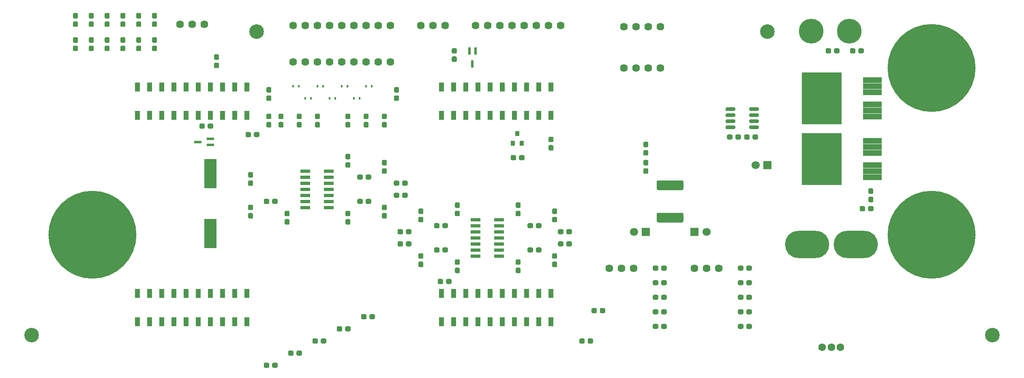
<source format=gbr>
%TF.GenerationSoftware,KiCad,Pcbnew,(5.1.6)-1*%
%TF.CreationDate,2020-11-27T16:54:08-06:00*%
%TF.ProjectId,BMS_2021_Rev1,424d535f-3230-4323-915f-526576312e6b,rev?*%
%TF.SameCoordinates,Original*%
%TF.FileFunction,Soldermask,Top*%
%TF.FilePolarity,Negative*%
%FSLAX46Y46*%
G04 Gerber Fmt 4.6, Leading zero omitted, Abs format (unit mm)*
G04 Created by KiCad (PCBNEW (5.1.6)-1) date 2020-11-27 16:54:08*
%MOMM*%
%LPD*%
G01*
G04 APERTURE LIST*
%ADD10R,1.090600X1.878000*%
%ADD11C,3.046400*%
%ADD12R,0.354000X0.506400*%
%ADD13R,8.300000X10.800000*%
%ADD14R,3.900000X1.150000*%
%ADD15C,1.700000*%
%ADD16R,1.700000X1.700000*%
%ADD17C,1.624000*%
%ADD18R,0.900000X1.000000*%
%ADD19R,0.550000X1.600000*%
%ADD20C,18.388000*%
%ADD21R,2.081200X0.658800*%
%ADD22R,1.600000X0.550000*%
%ADD23C,5.180000*%
%ADD24R,2.600000X6.100000*%
%ADD25C,1.601140*%
%ADD26O,9.244000X5.688000*%
G04 APERTURE END LIST*
D10*
%TO.C,U1*%
X85598000Y-42113200D03*
X83058000Y-42113200D03*
X80518000Y-42113200D03*
X77978000Y-42113200D03*
X75438000Y-42113200D03*
X72898000Y-42113200D03*
X70358000Y-42113200D03*
X67818000Y-42113200D03*
X65278000Y-42113200D03*
X62738000Y-42113200D03*
X85598000Y-48006000D03*
X83058000Y-48006000D03*
X80518000Y-48006000D03*
X77978000Y-48006000D03*
X75438000Y-48006000D03*
X72898000Y-48006000D03*
X70358000Y-48006000D03*
X67818000Y-48006000D03*
X65278000Y-48006000D03*
X62738000Y-48006000D03*
X85598000Y-91186000D03*
X83058000Y-91186000D03*
X80518000Y-91186000D03*
X77978000Y-91186000D03*
X75438000Y-91186000D03*
X72898000Y-91186000D03*
X70358000Y-91186000D03*
X67818000Y-91186000D03*
X65278000Y-91186000D03*
X62738000Y-91186000D03*
X85598000Y-85293200D03*
X83058000Y-85293200D03*
X80518000Y-85293200D03*
X77978000Y-85293200D03*
X75438000Y-85293200D03*
X72898000Y-85293200D03*
X70358000Y-85293200D03*
X67818000Y-85293200D03*
X65278000Y-85293200D03*
X62738000Y-85293200D03*
X131318000Y-42113200D03*
X128778000Y-42113200D03*
X126238000Y-42113200D03*
X149098000Y-48006000D03*
X146558000Y-48006000D03*
X144018000Y-48006000D03*
X141478000Y-48006000D03*
X138938000Y-48006000D03*
X136398000Y-48006000D03*
X133858000Y-48006000D03*
X131318000Y-48006000D03*
X128778000Y-48006000D03*
X126238000Y-48006000D03*
X149098000Y-91186000D03*
X144018000Y-91186000D03*
X138938000Y-91186000D03*
X136398000Y-91186000D03*
X133858000Y-91186000D03*
X131318000Y-91186000D03*
X128778000Y-91186000D03*
X149098000Y-85293200D03*
X144018000Y-85293200D03*
X133858000Y-85293200D03*
X131318000Y-85293200D03*
X128778000Y-85293200D03*
X126238000Y-85293200D03*
X138938000Y-85293200D03*
X141478000Y-85293200D03*
X146558000Y-91186000D03*
X133858000Y-42113200D03*
X136398000Y-42113200D03*
X146558000Y-85293200D03*
X141478000Y-91186000D03*
X144018000Y-42113200D03*
X141478000Y-42113200D03*
X136398000Y-85293200D03*
X138938000Y-42113200D03*
X146558000Y-42113200D03*
X149098000Y-42113200D03*
X126238000Y-91186000D03*
%TD*%
D11*
%TO.C,REF\u002A\u002A*%
X194310000Y-30480000D03*
%TD*%
%TO.C,REF\u002A\u002A*%
X241300000Y-93980000D03*
%TD*%
%TO.C,REF\u002A\u002A*%
X40640000Y-93980000D03*
%TD*%
D12*
%TO.C,D4*%
X96443800Y-41910000D03*
X95250000Y-41910000D03*
%TD*%
D11*
%TO.C,REF\u002A\u002A*%
X87630000Y-30480000D03*
%TD*%
%TO.C,R20*%
G36*
G01*
X144205000Y-71382500D02*
X144205000Y-70857500D01*
G75*
G02*
X144467500Y-70595000I262500J0D01*
G01*
X145092500Y-70595000D01*
G75*
G02*
X145355000Y-70857500I0J-262500D01*
G01*
X145355000Y-71382500D01*
G75*
G02*
X145092500Y-71645000I-262500J0D01*
G01*
X144467500Y-71645000D01*
G75*
G02*
X144205000Y-71382500I0J262500D01*
G01*
G37*
G36*
G01*
X145955000Y-71382500D02*
X145955000Y-70857500D01*
G75*
G02*
X146217500Y-70595000I262500J0D01*
G01*
X146842500Y-70595000D01*
G75*
G02*
X147105000Y-70857500I0J-262500D01*
G01*
X147105000Y-71382500D01*
G75*
G02*
X146842500Y-71645000I-262500J0D01*
G01*
X146217500Y-71645000D01*
G75*
G02*
X145955000Y-71382500I0J262500D01*
G01*
G37*
%TD*%
D12*
%TO.C,D11*%
X110490000Y-41910000D03*
X111683800Y-41910000D03*
%TD*%
%TO.C,D12*%
X109143800Y-44450000D03*
X107950000Y-44450000D03*
%TD*%
D13*
%TO.C,Q3*%
X205604000Y-44450000D03*
D14*
X216204000Y-40640000D03*
X216204000Y-41910000D03*
X216204000Y-43180000D03*
X216204000Y-45720000D03*
X216204000Y-46990000D03*
X216204000Y-48260000D03*
%TD*%
D15*
%TO.C,C11*%
X191810000Y-58420000D03*
D16*
X194310000Y-58420000D03*
%TD*%
D17*
%TO.C,Conn5*%
X164338000Y-38100000D03*
X166878000Y-38100000D03*
X169418000Y-38100000D03*
X171958000Y-38100000D03*
X171958000Y-38100000D03*
%TD*%
%TO.C,Conn1*%
X115570000Y-36830000D03*
X113030000Y-36830000D03*
X110490000Y-36830000D03*
X107950000Y-36830000D03*
X105410000Y-36830000D03*
X102870000Y-36830000D03*
X100330000Y-36830000D03*
X97790000Y-36830000D03*
X95250000Y-36830000D03*
%TD*%
D13*
%TO.C,Q2*%
X205604000Y-57150000D03*
D14*
X216204000Y-53340000D03*
X216204000Y-54610000D03*
X216204000Y-55880000D03*
X216204000Y-58420000D03*
X216204000Y-59690000D03*
X216204000Y-60960000D03*
%TD*%
D18*
%TO.C,Q4*%
X142052000Y-51848000D03*
X143002000Y-53848000D03*
X141102000Y-53848000D03*
%TD*%
D19*
%TO.C,Q1*%
X132700000Y-37267500D03*
X132050000Y-34607500D03*
X133350000Y-34607500D03*
%TD*%
D17*
%TO.C,Conn4*%
X151130000Y-29210000D03*
X148590000Y-29210000D03*
X146050000Y-29210000D03*
X143510000Y-29210000D03*
X140970000Y-29210000D03*
X138430000Y-29210000D03*
X135890000Y-29210000D03*
X133350000Y-29210000D03*
%TD*%
D20*
%TO.C,V3*%
X228600000Y-38100000D03*
%TD*%
%TO.C,V2*%
X53340000Y-73025000D03*
%TD*%
%TO.C,V1*%
X228600000Y-73025000D03*
%TD*%
%TO.C,U7*%
G36*
G01*
X190491000Y-46911000D02*
X190491000Y-46561000D01*
G75*
G02*
X190666000Y-46386000I175000J0D01*
G01*
X192366000Y-46386000D01*
G75*
G02*
X192541000Y-46561000I0J-175000D01*
G01*
X192541000Y-46911000D01*
G75*
G02*
X192366000Y-47086000I-175000J0D01*
G01*
X190666000Y-47086000D01*
G75*
G02*
X190491000Y-46911000I0J175000D01*
G01*
G37*
G36*
G01*
X190491000Y-48181000D02*
X190491000Y-47831000D01*
G75*
G02*
X190666000Y-47656000I175000J0D01*
G01*
X192366000Y-47656000D01*
G75*
G02*
X192541000Y-47831000I0J-175000D01*
G01*
X192541000Y-48181000D01*
G75*
G02*
X192366000Y-48356000I-175000J0D01*
G01*
X190666000Y-48356000D01*
G75*
G02*
X190491000Y-48181000I0J175000D01*
G01*
G37*
G36*
G01*
X190491000Y-49451000D02*
X190491000Y-49101000D01*
G75*
G02*
X190666000Y-48926000I175000J0D01*
G01*
X192366000Y-48926000D01*
G75*
G02*
X192541000Y-49101000I0J-175000D01*
G01*
X192541000Y-49451000D01*
G75*
G02*
X192366000Y-49626000I-175000J0D01*
G01*
X190666000Y-49626000D01*
G75*
G02*
X190491000Y-49451000I0J175000D01*
G01*
G37*
G36*
G01*
X190491000Y-50721000D02*
X190491000Y-50371000D01*
G75*
G02*
X190666000Y-50196000I175000J0D01*
G01*
X192366000Y-50196000D01*
G75*
G02*
X192541000Y-50371000I0J-175000D01*
G01*
X192541000Y-50721000D01*
G75*
G02*
X192366000Y-50896000I-175000J0D01*
G01*
X190666000Y-50896000D01*
G75*
G02*
X190491000Y-50721000I0J175000D01*
G01*
G37*
G36*
G01*
X185541000Y-50721000D02*
X185541000Y-50371000D01*
G75*
G02*
X185716000Y-50196000I175000J0D01*
G01*
X187416000Y-50196000D01*
G75*
G02*
X187591000Y-50371000I0J-175000D01*
G01*
X187591000Y-50721000D01*
G75*
G02*
X187416000Y-50896000I-175000J0D01*
G01*
X185716000Y-50896000D01*
G75*
G02*
X185541000Y-50721000I0J175000D01*
G01*
G37*
G36*
G01*
X185541000Y-49451000D02*
X185541000Y-49101000D01*
G75*
G02*
X185716000Y-48926000I175000J0D01*
G01*
X187416000Y-48926000D01*
G75*
G02*
X187591000Y-49101000I0J-175000D01*
G01*
X187591000Y-49451000D01*
G75*
G02*
X187416000Y-49626000I-175000J0D01*
G01*
X185716000Y-49626000D01*
G75*
G02*
X185541000Y-49451000I0J175000D01*
G01*
G37*
G36*
G01*
X185541000Y-48181000D02*
X185541000Y-47831000D01*
G75*
G02*
X185716000Y-47656000I175000J0D01*
G01*
X187416000Y-47656000D01*
G75*
G02*
X187591000Y-47831000I0J-175000D01*
G01*
X187591000Y-48181000D01*
G75*
G02*
X187416000Y-48356000I-175000J0D01*
G01*
X185716000Y-48356000D01*
G75*
G02*
X185541000Y-48181000I0J175000D01*
G01*
G37*
G36*
G01*
X185541000Y-46911000D02*
X185541000Y-46561000D01*
G75*
G02*
X185716000Y-46386000I175000J0D01*
G01*
X187416000Y-46386000D01*
G75*
G02*
X187591000Y-46561000I0J-175000D01*
G01*
X187591000Y-46911000D01*
G75*
G02*
X187416000Y-47086000I-175000J0D01*
G01*
X185716000Y-47086000D01*
G75*
G02*
X185541000Y-46911000I0J175000D01*
G01*
G37*
%TD*%
D21*
%TO.C,U4*%
X138277600Y-69850000D03*
X138277600Y-71120000D03*
X138277600Y-72390000D03*
X138277600Y-73660000D03*
X138277600Y-74930000D03*
X138277600Y-76200000D03*
X138277600Y-77470000D03*
X133350000Y-77470000D03*
X133350000Y-76200000D03*
X133350000Y-74930000D03*
X133350000Y-73660000D03*
X133350000Y-72390000D03*
X133350000Y-71120000D03*
X133350000Y-69850000D03*
%TD*%
%TO.C,U3*%
X97790000Y-59690000D03*
X97790000Y-60960000D03*
X97790000Y-62230000D03*
X97790000Y-63500000D03*
X97790000Y-64770000D03*
X97790000Y-66040000D03*
X97790000Y-67310000D03*
X102717600Y-67310000D03*
X102717600Y-66040000D03*
X102717600Y-64770000D03*
X102717600Y-63500000D03*
X102717600Y-62230000D03*
X102717600Y-60960000D03*
X102717600Y-59690000D03*
%TD*%
D17*
%TO.C,SW1*%
X171958000Y-29464000D03*
X171958000Y-29464000D03*
X169418000Y-29464000D03*
X166878000Y-29464000D03*
X164338000Y-29464000D03*
%TD*%
%TO.C,R53*%
G36*
G01*
X66556500Y-27781000D02*
X66031500Y-27781000D01*
G75*
G02*
X65769000Y-27518500I0J262500D01*
G01*
X65769000Y-26893500D01*
G75*
G02*
X66031500Y-26631000I262500J0D01*
G01*
X66556500Y-26631000D01*
G75*
G02*
X66819000Y-26893500I0J-262500D01*
G01*
X66819000Y-27518500D01*
G75*
G02*
X66556500Y-27781000I-262500J0D01*
G01*
G37*
G36*
G01*
X66556500Y-29531000D02*
X66031500Y-29531000D01*
G75*
G02*
X65769000Y-29268500I0J262500D01*
G01*
X65769000Y-28643500D01*
G75*
G02*
X66031500Y-28381000I262500J0D01*
G01*
X66556500Y-28381000D01*
G75*
G02*
X66819000Y-28643500I0J-262500D01*
G01*
X66819000Y-29268500D01*
G75*
G02*
X66556500Y-29531000I-262500J0D01*
G01*
G37*
%TD*%
%TO.C,R52*%
G36*
G01*
X63254500Y-27781000D02*
X62729500Y-27781000D01*
G75*
G02*
X62467000Y-27518500I0J262500D01*
G01*
X62467000Y-26893500D01*
G75*
G02*
X62729500Y-26631000I262500J0D01*
G01*
X63254500Y-26631000D01*
G75*
G02*
X63517000Y-26893500I0J-262500D01*
G01*
X63517000Y-27518500D01*
G75*
G02*
X63254500Y-27781000I-262500J0D01*
G01*
G37*
G36*
G01*
X63254500Y-29531000D02*
X62729500Y-29531000D01*
G75*
G02*
X62467000Y-29268500I0J262500D01*
G01*
X62467000Y-28643500D01*
G75*
G02*
X62729500Y-28381000I262500J0D01*
G01*
X63254500Y-28381000D01*
G75*
G02*
X63517000Y-28643500I0J-262500D01*
G01*
X63517000Y-29268500D01*
G75*
G02*
X63254500Y-29531000I-262500J0D01*
G01*
G37*
%TD*%
%TO.C,R51*%
G36*
G01*
X59952500Y-27781000D02*
X59427500Y-27781000D01*
G75*
G02*
X59165000Y-27518500I0J262500D01*
G01*
X59165000Y-26893500D01*
G75*
G02*
X59427500Y-26631000I262500J0D01*
G01*
X59952500Y-26631000D01*
G75*
G02*
X60215000Y-26893500I0J-262500D01*
G01*
X60215000Y-27518500D01*
G75*
G02*
X59952500Y-27781000I-262500J0D01*
G01*
G37*
G36*
G01*
X59952500Y-29531000D02*
X59427500Y-29531000D01*
G75*
G02*
X59165000Y-29268500I0J262500D01*
G01*
X59165000Y-28643500D01*
G75*
G02*
X59427500Y-28381000I262500J0D01*
G01*
X59952500Y-28381000D01*
G75*
G02*
X60215000Y-28643500I0J-262500D01*
G01*
X60215000Y-29268500D01*
G75*
G02*
X59952500Y-29531000I-262500J0D01*
G01*
G37*
%TD*%
%TO.C,R50*%
G36*
G01*
X56650500Y-27781000D02*
X56125500Y-27781000D01*
G75*
G02*
X55863000Y-27518500I0J262500D01*
G01*
X55863000Y-26893500D01*
G75*
G02*
X56125500Y-26631000I262500J0D01*
G01*
X56650500Y-26631000D01*
G75*
G02*
X56913000Y-26893500I0J-262500D01*
G01*
X56913000Y-27518500D01*
G75*
G02*
X56650500Y-27781000I-262500J0D01*
G01*
G37*
G36*
G01*
X56650500Y-29531000D02*
X56125500Y-29531000D01*
G75*
G02*
X55863000Y-29268500I0J262500D01*
G01*
X55863000Y-28643500D01*
G75*
G02*
X56125500Y-28381000I262500J0D01*
G01*
X56650500Y-28381000D01*
G75*
G02*
X56913000Y-28643500I0J-262500D01*
G01*
X56913000Y-29268500D01*
G75*
G02*
X56650500Y-29531000I-262500J0D01*
G01*
G37*
%TD*%
%TO.C,R49*%
G36*
G01*
X53348500Y-27781000D02*
X52823500Y-27781000D01*
G75*
G02*
X52561000Y-27518500I0J262500D01*
G01*
X52561000Y-26893500D01*
G75*
G02*
X52823500Y-26631000I262500J0D01*
G01*
X53348500Y-26631000D01*
G75*
G02*
X53611000Y-26893500I0J-262500D01*
G01*
X53611000Y-27518500D01*
G75*
G02*
X53348500Y-27781000I-262500J0D01*
G01*
G37*
G36*
G01*
X53348500Y-29531000D02*
X52823500Y-29531000D01*
G75*
G02*
X52561000Y-29268500I0J262500D01*
G01*
X52561000Y-28643500D01*
G75*
G02*
X52823500Y-28381000I262500J0D01*
G01*
X53348500Y-28381000D01*
G75*
G02*
X53611000Y-28643500I0J-262500D01*
G01*
X53611000Y-29268500D01*
G75*
G02*
X53348500Y-29531000I-262500J0D01*
G01*
G37*
%TD*%
%TO.C,R48*%
G36*
G01*
X50046500Y-29531000D02*
X49521500Y-29531000D01*
G75*
G02*
X49259000Y-29268500I0J262500D01*
G01*
X49259000Y-28643500D01*
G75*
G02*
X49521500Y-28381000I262500J0D01*
G01*
X50046500Y-28381000D01*
G75*
G02*
X50309000Y-28643500I0J-262500D01*
G01*
X50309000Y-29268500D01*
G75*
G02*
X50046500Y-29531000I-262500J0D01*
G01*
G37*
G36*
G01*
X50046500Y-27781000D02*
X49521500Y-27781000D01*
G75*
G02*
X49259000Y-27518500I0J262500D01*
G01*
X49259000Y-26893500D01*
G75*
G02*
X49521500Y-26631000I262500J0D01*
G01*
X50046500Y-26631000D01*
G75*
G02*
X50309000Y-26893500I0J-262500D01*
G01*
X50309000Y-27518500D01*
G75*
G02*
X50046500Y-27781000I-262500J0D01*
G01*
G37*
%TD*%
%TO.C,R47*%
G36*
G01*
X76803000Y-50029500D02*
X76803000Y-50554500D01*
G75*
G02*
X76540500Y-50817000I-262500J0D01*
G01*
X75915500Y-50817000D01*
G75*
G02*
X75653000Y-50554500I0J262500D01*
G01*
X75653000Y-50029500D01*
G75*
G02*
X75915500Y-49767000I262500J0D01*
G01*
X76540500Y-49767000D01*
G75*
G02*
X76803000Y-50029500I0J-262500D01*
G01*
G37*
G36*
G01*
X78553000Y-50029500D02*
X78553000Y-50554500D01*
G75*
G02*
X78290500Y-50817000I-262500J0D01*
G01*
X77665500Y-50817000D01*
G75*
G02*
X77403000Y-50554500I0J262500D01*
G01*
X77403000Y-50029500D01*
G75*
G02*
X77665500Y-49767000I262500J0D01*
G01*
X78290500Y-49767000D01*
G75*
G02*
X78553000Y-50029500I0J-262500D01*
G01*
G37*
%TD*%
%TO.C,R46*%
G36*
G01*
X169172500Y-54705000D02*
X168647500Y-54705000D01*
G75*
G02*
X168385000Y-54442500I0J262500D01*
G01*
X168385000Y-53817500D01*
G75*
G02*
X168647500Y-53555000I262500J0D01*
G01*
X169172500Y-53555000D01*
G75*
G02*
X169435000Y-53817500I0J-262500D01*
G01*
X169435000Y-54442500D01*
G75*
G02*
X169172500Y-54705000I-262500J0D01*
G01*
G37*
G36*
G01*
X169172500Y-56455000D02*
X168647500Y-56455000D01*
G75*
G02*
X168385000Y-56192500I0J262500D01*
G01*
X168385000Y-55567500D01*
G75*
G02*
X168647500Y-55305000I262500J0D01*
G01*
X169172500Y-55305000D01*
G75*
G02*
X169435000Y-55567500I0J-262500D01*
G01*
X169435000Y-56192500D01*
G75*
G02*
X169172500Y-56455000I-262500J0D01*
G01*
G37*
%TD*%
%TO.C,R45*%
G36*
G01*
X169172500Y-58515000D02*
X168647500Y-58515000D01*
G75*
G02*
X168385000Y-58252500I0J262500D01*
G01*
X168385000Y-57627500D01*
G75*
G02*
X168647500Y-57365000I262500J0D01*
G01*
X169172500Y-57365000D01*
G75*
G02*
X169435000Y-57627500I0J-262500D01*
G01*
X169435000Y-58252500D01*
G75*
G02*
X169172500Y-58515000I-262500J0D01*
G01*
G37*
G36*
G01*
X169172500Y-60265000D02*
X168647500Y-60265000D01*
G75*
G02*
X168385000Y-60002500I0J262500D01*
G01*
X168385000Y-59377500D01*
G75*
G02*
X168647500Y-59115000I262500J0D01*
G01*
X169172500Y-59115000D01*
G75*
G02*
X169435000Y-59377500I0J-262500D01*
G01*
X169435000Y-60002500D01*
G75*
G02*
X169172500Y-60265000I-262500J0D01*
G01*
G37*
%TD*%
%TO.C,R44*%
G36*
G01*
X142427000Y-57158500D02*
X142427000Y-56633500D01*
G75*
G02*
X142689500Y-56371000I262500J0D01*
G01*
X143314500Y-56371000D01*
G75*
G02*
X143577000Y-56633500I0J-262500D01*
G01*
X143577000Y-57158500D01*
G75*
G02*
X143314500Y-57421000I-262500J0D01*
G01*
X142689500Y-57421000D01*
G75*
G02*
X142427000Y-57158500I0J262500D01*
G01*
G37*
G36*
G01*
X140677000Y-57158500D02*
X140677000Y-56633500D01*
G75*
G02*
X140939500Y-56371000I262500J0D01*
G01*
X141564500Y-56371000D01*
G75*
G02*
X141827000Y-56633500I0J-262500D01*
G01*
X141827000Y-57158500D01*
G75*
G02*
X141564500Y-57421000I-262500J0D01*
G01*
X140939500Y-57421000D01*
G75*
G02*
X140677000Y-57158500I0J262500D01*
G01*
G37*
%TD*%
%TO.C,R41*%
G36*
G01*
X209363000Y-34281500D02*
X209363000Y-34806500D01*
G75*
G02*
X209100500Y-35069000I-262500J0D01*
G01*
X208475500Y-35069000D01*
G75*
G02*
X208213000Y-34806500I0J262500D01*
G01*
X208213000Y-34281500D01*
G75*
G02*
X208475500Y-34019000I262500J0D01*
G01*
X209100500Y-34019000D01*
G75*
G02*
X209363000Y-34281500I0J-262500D01*
G01*
G37*
G36*
G01*
X207613000Y-34281500D02*
X207613000Y-34806500D01*
G75*
G02*
X207350500Y-35069000I-262500J0D01*
G01*
X206725500Y-35069000D01*
G75*
G02*
X206463000Y-34806500I0J262500D01*
G01*
X206463000Y-34281500D01*
G75*
G02*
X206725500Y-34019000I262500J0D01*
G01*
X207350500Y-34019000D01*
G75*
G02*
X207613000Y-34281500I0J-262500D01*
G01*
G37*
%TD*%
%TO.C,R40*%
G36*
G01*
X212693000Y-34281500D02*
X212693000Y-34806500D01*
G75*
G02*
X212430500Y-35069000I-262500J0D01*
G01*
X211805500Y-35069000D01*
G75*
G02*
X211543000Y-34806500I0J262500D01*
G01*
X211543000Y-34281500D01*
G75*
G02*
X211805500Y-34019000I262500J0D01*
G01*
X212430500Y-34019000D01*
G75*
G02*
X212693000Y-34281500I0J-262500D01*
G01*
G37*
G36*
G01*
X214443000Y-34281500D02*
X214443000Y-34806500D01*
G75*
G02*
X214180500Y-35069000I-262500J0D01*
G01*
X213555500Y-35069000D01*
G75*
G02*
X213293000Y-34806500I0J262500D01*
G01*
X213293000Y-34281500D01*
G75*
G02*
X213555500Y-34019000I262500J0D01*
G01*
X214180500Y-34019000D01*
G75*
G02*
X214443000Y-34281500I0J-262500D01*
G01*
G37*
%TD*%
%TO.C,R39*%
G36*
G01*
X214725000Y-67301500D02*
X214725000Y-67826500D01*
G75*
G02*
X214462500Y-68089000I-262500J0D01*
G01*
X213837500Y-68089000D01*
G75*
G02*
X213575000Y-67826500I0J262500D01*
G01*
X213575000Y-67301500D01*
G75*
G02*
X213837500Y-67039000I262500J0D01*
G01*
X214462500Y-67039000D01*
G75*
G02*
X214725000Y-67301500I0J-262500D01*
G01*
G37*
G36*
G01*
X216475000Y-67301500D02*
X216475000Y-67826500D01*
G75*
G02*
X216212500Y-68089000I-262500J0D01*
G01*
X215587500Y-68089000D01*
G75*
G02*
X215325000Y-67826500I0J262500D01*
G01*
X215325000Y-67301500D01*
G75*
G02*
X215587500Y-67039000I262500J0D01*
G01*
X216212500Y-67039000D01*
G75*
G02*
X216475000Y-67301500I0J-262500D01*
G01*
G37*
%TD*%
%TO.C,R38*%
G36*
G01*
X215637500Y-63320000D02*
X216162500Y-63320000D01*
G75*
G02*
X216425000Y-63582500I0J-262500D01*
G01*
X216425000Y-64207500D01*
G75*
G02*
X216162500Y-64470000I-262500J0D01*
G01*
X215637500Y-64470000D01*
G75*
G02*
X215375000Y-64207500I0J262500D01*
G01*
X215375000Y-63582500D01*
G75*
G02*
X215637500Y-63320000I262500J0D01*
G01*
G37*
G36*
G01*
X215637500Y-65070000D02*
X216162500Y-65070000D01*
G75*
G02*
X216425000Y-65332500I0J-262500D01*
G01*
X216425000Y-65957500D01*
G75*
G02*
X216162500Y-66220000I-262500J0D01*
G01*
X215637500Y-66220000D01*
G75*
G02*
X215375000Y-65957500I0J262500D01*
G01*
X215375000Y-65332500D01*
G75*
G02*
X215637500Y-65070000I262500J0D01*
G01*
G37*
%TD*%
%TO.C,R37*%
G36*
G01*
X187611000Y-52840500D02*
X187611000Y-52315500D01*
G75*
G02*
X187873500Y-52053000I262500J0D01*
G01*
X188498500Y-52053000D01*
G75*
G02*
X188761000Y-52315500I0J-262500D01*
G01*
X188761000Y-52840500D01*
G75*
G02*
X188498500Y-53103000I-262500J0D01*
G01*
X187873500Y-53103000D01*
G75*
G02*
X187611000Y-52840500I0J262500D01*
G01*
G37*
G36*
G01*
X185861000Y-52840500D02*
X185861000Y-52315500D01*
G75*
G02*
X186123500Y-52053000I262500J0D01*
G01*
X186748500Y-52053000D01*
G75*
G02*
X187011000Y-52315500I0J-262500D01*
G01*
X187011000Y-52840500D01*
G75*
G02*
X186748500Y-53103000I-262500J0D01*
G01*
X186123500Y-53103000D01*
G75*
G02*
X185861000Y-52840500I0J262500D01*
G01*
G37*
%TD*%
%TO.C,R36*%
G36*
G01*
X128642500Y-35719000D02*
X129167500Y-35719000D01*
G75*
G02*
X129430000Y-35981500I0J-262500D01*
G01*
X129430000Y-36606500D01*
G75*
G02*
X129167500Y-36869000I-262500J0D01*
G01*
X128642500Y-36869000D01*
G75*
G02*
X128380000Y-36606500I0J262500D01*
G01*
X128380000Y-35981500D01*
G75*
G02*
X128642500Y-35719000I262500J0D01*
G01*
G37*
G36*
G01*
X128642500Y-33969000D02*
X129167500Y-33969000D01*
G75*
G02*
X129430000Y-34231500I0J-262500D01*
G01*
X129430000Y-34856500D01*
G75*
G02*
X129167500Y-35119000I-262500J0D01*
G01*
X128642500Y-35119000D01*
G75*
G02*
X128380000Y-34856500I0J262500D01*
G01*
X128380000Y-34231500D01*
G75*
G02*
X128642500Y-33969000I262500J0D01*
G01*
G37*
%TD*%
D22*
%TO.C,Q5*%
X75318000Y-53594000D03*
X77978000Y-52944000D03*
X77978000Y-54244000D03*
%TD*%
%TO.C,F1*%
G36*
G01*
X176502014Y-63665000D02*
X171477986Y-63665000D01*
G75*
G02*
X171215000Y-63402014I0J262986D01*
G01*
X171215000Y-61902986D01*
G75*
G02*
X171477986Y-61640000I262986J0D01*
G01*
X176502014Y-61640000D01*
G75*
G02*
X176765000Y-61902986I0J-262986D01*
G01*
X176765000Y-63402014D01*
G75*
G02*
X176502014Y-63665000I-262986J0D01*
G01*
G37*
G36*
G01*
X176502014Y-70440000D02*
X171477986Y-70440000D01*
G75*
G02*
X171215000Y-70177014I0J262986D01*
G01*
X171215000Y-68677986D01*
G75*
G02*
X171477986Y-68415000I262986J0D01*
G01*
X176502014Y-68415000D01*
G75*
G02*
X176765000Y-68677986I0J-262986D01*
G01*
X176765000Y-70177014D01*
G75*
G02*
X176502014Y-70440000I-262986J0D01*
G01*
G37*
%TD*%
%TO.C,D26*%
G36*
G01*
X66031500Y-33461000D02*
X66556500Y-33461000D01*
G75*
G02*
X66819000Y-33723500I0J-262500D01*
G01*
X66819000Y-34348500D01*
G75*
G02*
X66556500Y-34611000I-262500J0D01*
G01*
X66031500Y-34611000D01*
G75*
G02*
X65769000Y-34348500I0J262500D01*
G01*
X65769000Y-33723500D01*
G75*
G02*
X66031500Y-33461000I262500J0D01*
G01*
G37*
G36*
G01*
X66031500Y-31711000D02*
X66556500Y-31711000D01*
G75*
G02*
X66819000Y-31973500I0J-262500D01*
G01*
X66819000Y-32598500D01*
G75*
G02*
X66556500Y-32861000I-262500J0D01*
G01*
X66031500Y-32861000D01*
G75*
G02*
X65769000Y-32598500I0J262500D01*
G01*
X65769000Y-31973500D01*
G75*
G02*
X66031500Y-31711000I262500J0D01*
G01*
G37*
%TD*%
%TO.C,D25*%
G36*
G01*
X62729500Y-33461000D02*
X63254500Y-33461000D01*
G75*
G02*
X63517000Y-33723500I0J-262500D01*
G01*
X63517000Y-34348500D01*
G75*
G02*
X63254500Y-34611000I-262500J0D01*
G01*
X62729500Y-34611000D01*
G75*
G02*
X62467000Y-34348500I0J262500D01*
G01*
X62467000Y-33723500D01*
G75*
G02*
X62729500Y-33461000I262500J0D01*
G01*
G37*
G36*
G01*
X62729500Y-31711000D02*
X63254500Y-31711000D01*
G75*
G02*
X63517000Y-31973500I0J-262500D01*
G01*
X63517000Y-32598500D01*
G75*
G02*
X63254500Y-32861000I-262500J0D01*
G01*
X62729500Y-32861000D01*
G75*
G02*
X62467000Y-32598500I0J262500D01*
G01*
X62467000Y-31973500D01*
G75*
G02*
X62729500Y-31711000I262500J0D01*
G01*
G37*
%TD*%
%TO.C,D24*%
G36*
G01*
X59427500Y-33461000D02*
X59952500Y-33461000D01*
G75*
G02*
X60215000Y-33723500I0J-262500D01*
G01*
X60215000Y-34348500D01*
G75*
G02*
X59952500Y-34611000I-262500J0D01*
G01*
X59427500Y-34611000D01*
G75*
G02*
X59165000Y-34348500I0J262500D01*
G01*
X59165000Y-33723500D01*
G75*
G02*
X59427500Y-33461000I262500J0D01*
G01*
G37*
G36*
G01*
X59427500Y-31711000D02*
X59952500Y-31711000D01*
G75*
G02*
X60215000Y-31973500I0J-262500D01*
G01*
X60215000Y-32598500D01*
G75*
G02*
X59952500Y-32861000I-262500J0D01*
G01*
X59427500Y-32861000D01*
G75*
G02*
X59165000Y-32598500I0J262500D01*
G01*
X59165000Y-31973500D01*
G75*
G02*
X59427500Y-31711000I262500J0D01*
G01*
G37*
%TD*%
%TO.C,D23*%
G36*
G01*
X56125500Y-33461000D02*
X56650500Y-33461000D01*
G75*
G02*
X56913000Y-33723500I0J-262500D01*
G01*
X56913000Y-34348500D01*
G75*
G02*
X56650500Y-34611000I-262500J0D01*
G01*
X56125500Y-34611000D01*
G75*
G02*
X55863000Y-34348500I0J262500D01*
G01*
X55863000Y-33723500D01*
G75*
G02*
X56125500Y-33461000I262500J0D01*
G01*
G37*
G36*
G01*
X56125500Y-31711000D02*
X56650500Y-31711000D01*
G75*
G02*
X56913000Y-31973500I0J-262500D01*
G01*
X56913000Y-32598500D01*
G75*
G02*
X56650500Y-32861000I-262500J0D01*
G01*
X56125500Y-32861000D01*
G75*
G02*
X55863000Y-32598500I0J262500D01*
G01*
X55863000Y-31973500D01*
G75*
G02*
X56125500Y-31711000I262500J0D01*
G01*
G37*
%TD*%
%TO.C,D22*%
G36*
G01*
X52823500Y-33461000D02*
X53348500Y-33461000D01*
G75*
G02*
X53611000Y-33723500I0J-262500D01*
G01*
X53611000Y-34348500D01*
G75*
G02*
X53348500Y-34611000I-262500J0D01*
G01*
X52823500Y-34611000D01*
G75*
G02*
X52561000Y-34348500I0J262500D01*
G01*
X52561000Y-33723500D01*
G75*
G02*
X52823500Y-33461000I262500J0D01*
G01*
G37*
G36*
G01*
X52823500Y-31711000D02*
X53348500Y-31711000D01*
G75*
G02*
X53611000Y-31973500I0J-262500D01*
G01*
X53611000Y-32598500D01*
G75*
G02*
X53348500Y-32861000I-262500J0D01*
G01*
X52823500Y-32861000D01*
G75*
G02*
X52561000Y-32598500I0J262500D01*
G01*
X52561000Y-31973500D01*
G75*
G02*
X52823500Y-31711000I262500J0D01*
G01*
G37*
%TD*%
%TO.C,D21*%
G36*
G01*
X49521500Y-31711000D02*
X50046500Y-31711000D01*
G75*
G02*
X50309000Y-31973500I0J-262500D01*
G01*
X50309000Y-32598500D01*
G75*
G02*
X50046500Y-32861000I-262500J0D01*
G01*
X49521500Y-32861000D01*
G75*
G02*
X49259000Y-32598500I0J262500D01*
G01*
X49259000Y-31973500D01*
G75*
G02*
X49521500Y-31711000I262500J0D01*
G01*
G37*
G36*
G01*
X49521500Y-33461000D02*
X50046500Y-33461000D01*
G75*
G02*
X50309000Y-33723500I0J-262500D01*
G01*
X50309000Y-34348500D01*
G75*
G02*
X50046500Y-34611000I-262500J0D01*
G01*
X49521500Y-34611000D01*
G75*
G02*
X49259000Y-34348500I0J262500D01*
G01*
X49259000Y-33723500D01*
G75*
G02*
X49521500Y-33461000I262500J0D01*
G01*
G37*
%TD*%
%TO.C,D20*%
G36*
G01*
X148835500Y-54261000D02*
X149360500Y-54261000D01*
G75*
G02*
X149623000Y-54523500I0J-262500D01*
G01*
X149623000Y-55148500D01*
G75*
G02*
X149360500Y-55411000I-262500J0D01*
G01*
X148835500Y-55411000D01*
G75*
G02*
X148573000Y-55148500I0J262500D01*
G01*
X148573000Y-54523500D01*
G75*
G02*
X148835500Y-54261000I262500J0D01*
G01*
G37*
G36*
G01*
X148835500Y-52511000D02*
X149360500Y-52511000D01*
G75*
G02*
X149623000Y-52773500I0J-262500D01*
G01*
X149623000Y-53398500D01*
G75*
G02*
X149360500Y-53661000I-262500J0D01*
G01*
X148835500Y-53661000D01*
G75*
G02*
X148573000Y-53398500I0J262500D01*
G01*
X148573000Y-52773500D01*
G75*
G02*
X148835500Y-52511000I262500J0D01*
G01*
G37*
%TD*%
%TO.C,D18*%
G36*
G01*
X79510500Y-38167000D02*
X78985500Y-38167000D01*
G75*
G02*
X78723000Y-37904500I0J262500D01*
G01*
X78723000Y-37279500D01*
G75*
G02*
X78985500Y-37017000I262500J0D01*
G01*
X79510500Y-37017000D01*
G75*
G02*
X79773000Y-37279500I0J-262500D01*
G01*
X79773000Y-37904500D01*
G75*
G02*
X79510500Y-38167000I-262500J0D01*
G01*
G37*
G36*
G01*
X79510500Y-36417000D02*
X78985500Y-36417000D01*
G75*
G02*
X78723000Y-36154500I0J262500D01*
G01*
X78723000Y-35529500D01*
G75*
G02*
X78985500Y-35267000I262500J0D01*
G01*
X79510500Y-35267000D01*
G75*
G02*
X79773000Y-35529500I0J-262500D01*
G01*
X79773000Y-36154500D01*
G75*
G02*
X79510500Y-36417000I-262500J0D01*
G01*
G37*
%TD*%
%TO.C,D17*%
G36*
G01*
X190595000Y-52315500D02*
X190595000Y-52840500D01*
G75*
G02*
X190332500Y-53103000I-262500J0D01*
G01*
X189707500Y-53103000D01*
G75*
G02*
X189445000Y-52840500I0J262500D01*
G01*
X189445000Y-52315500D01*
G75*
G02*
X189707500Y-52053000I262500J0D01*
G01*
X190332500Y-52053000D01*
G75*
G02*
X190595000Y-52315500I0J-262500D01*
G01*
G37*
G36*
G01*
X192345000Y-52315500D02*
X192345000Y-52840500D01*
G75*
G02*
X192082500Y-53103000I-262500J0D01*
G01*
X191457500Y-53103000D01*
G75*
G02*
X191195000Y-52840500I0J262500D01*
G01*
X191195000Y-52315500D01*
G75*
G02*
X191457500Y-52053000I262500J0D01*
G01*
X192082500Y-52053000D01*
G75*
G02*
X192345000Y-52315500I0J-262500D01*
G01*
G37*
%TD*%
D17*
%TO.C,Conn3*%
X76708000Y-28956000D03*
X74168000Y-28956000D03*
X71628000Y-28956000D03*
%TD*%
D23*
%TO.C,Conn2*%
X211367000Y-30454000D03*
X203467000Y-30454000D03*
%TD*%
D24*
%TO.C,B1*%
X77978000Y-60198000D03*
X77978000Y-72798000D03*
%TD*%
D17*
%TO.C,Conn6*%
X95250000Y-29210000D03*
X97790000Y-29210000D03*
X100330000Y-29210000D03*
X102870000Y-29210000D03*
X105410000Y-29210000D03*
X107950000Y-29210000D03*
X110490000Y-29210000D03*
X113030000Y-29210000D03*
X115570000Y-29210000D03*
%TD*%
%TO.C,Conn7*%
X121920000Y-29210000D03*
X124460000Y-29210000D03*
X127000000Y-29210000D03*
%TD*%
D25*
%TO.C,U2*%
X205734920Y-96553020D03*
X209555080Y-96553020D03*
X207645000Y-96553020D03*
D26*
X212725000Y-75057000D03*
X202565000Y-75057000D03*
%TD*%
D16*
%TO.C,C9*%
X168910000Y-72390000D03*
D15*
X166410000Y-72390000D03*
%TD*%
%TO.C,C10*%
G36*
G01*
X170367000Y-80272500D02*
X170367000Y-79747500D01*
G75*
G02*
X170629500Y-79485000I262500J0D01*
G01*
X171254500Y-79485000D01*
G75*
G02*
X171517000Y-79747500I0J-262500D01*
G01*
X171517000Y-80272500D01*
G75*
G02*
X171254500Y-80535000I-262500J0D01*
G01*
X170629500Y-80535000D01*
G75*
G02*
X170367000Y-80272500I0J262500D01*
G01*
G37*
G36*
G01*
X172117000Y-80272500D02*
X172117000Y-79747500D01*
G75*
G02*
X172379500Y-79485000I262500J0D01*
G01*
X173004500Y-79485000D01*
G75*
G02*
X173267000Y-79747500I0J-262500D01*
G01*
X173267000Y-80272500D01*
G75*
G02*
X173004500Y-80535000I-262500J0D01*
G01*
X172379500Y-80535000D01*
G75*
G02*
X172117000Y-80272500I0J262500D01*
G01*
G37*
%TD*%
%TO.C,C12*%
G36*
G01*
X172117000Y-83320500D02*
X172117000Y-82795500D01*
G75*
G02*
X172379500Y-82533000I262500J0D01*
G01*
X173004500Y-82533000D01*
G75*
G02*
X173267000Y-82795500I0J-262500D01*
G01*
X173267000Y-83320500D01*
G75*
G02*
X173004500Y-83583000I-262500J0D01*
G01*
X172379500Y-83583000D01*
G75*
G02*
X172117000Y-83320500I0J262500D01*
G01*
G37*
G36*
G01*
X170367000Y-83320500D02*
X170367000Y-82795500D01*
G75*
G02*
X170629500Y-82533000I262500J0D01*
G01*
X171254500Y-82533000D01*
G75*
G02*
X171517000Y-82795500I0J-262500D01*
G01*
X171517000Y-83320500D01*
G75*
G02*
X171254500Y-83583000I-262500J0D01*
G01*
X170629500Y-83583000D01*
G75*
G02*
X170367000Y-83320500I0J262500D01*
G01*
G37*
%TD*%
%TO.C,C13*%
G36*
G01*
X170367000Y-86368500D02*
X170367000Y-85843500D01*
G75*
G02*
X170629500Y-85581000I262500J0D01*
G01*
X171254500Y-85581000D01*
G75*
G02*
X171517000Y-85843500I0J-262500D01*
G01*
X171517000Y-86368500D01*
G75*
G02*
X171254500Y-86631000I-262500J0D01*
G01*
X170629500Y-86631000D01*
G75*
G02*
X170367000Y-86368500I0J262500D01*
G01*
G37*
G36*
G01*
X172117000Y-86368500D02*
X172117000Y-85843500D01*
G75*
G02*
X172379500Y-85581000I262500J0D01*
G01*
X173004500Y-85581000D01*
G75*
G02*
X173267000Y-85843500I0J-262500D01*
G01*
X173267000Y-86368500D01*
G75*
G02*
X173004500Y-86631000I-262500J0D01*
G01*
X172379500Y-86631000D01*
G75*
G02*
X172117000Y-86368500I0J262500D01*
G01*
G37*
%TD*%
%TO.C,C14*%
G36*
G01*
X172117000Y-89416500D02*
X172117000Y-88891500D01*
G75*
G02*
X172379500Y-88629000I262500J0D01*
G01*
X173004500Y-88629000D01*
G75*
G02*
X173267000Y-88891500I0J-262500D01*
G01*
X173267000Y-89416500D01*
G75*
G02*
X173004500Y-89679000I-262500J0D01*
G01*
X172379500Y-89679000D01*
G75*
G02*
X172117000Y-89416500I0J262500D01*
G01*
G37*
G36*
G01*
X170367000Y-89416500D02*
X170367000Y-88891500D01*
G75*
G02*
X170629500Y-88629000I262500J0D01*
G01*
X171254500Y-88629000D01*
G75*
G02*
X171517000Y-88891500I0J-262500D01*
G01*
X171517000Y-89416500D01*
G75*
G02*
X171254500Y-89679000I-262500J0D01*
G01*
X170629500Y-89679000D01*
G75*
G02*
X170367000Y-89416500I0J262500D01*
G01*
G37*
%TD*%
%TO.C,C15*%
G36*
G01*
X170367000Y-92464500D02*
X170367000Y-91939500D01*
G75*
G02*
X170629500Y-91677000I262500J0D01*
G01*
X171254500Y-91677000D01*
G75*
G02*
X171517000Y-91939500I0J-262500D01*
G01*
X171517000Y-92464500D01*
G75*
G02*
X171254500Y-92727000I-262500J0D01*
G01*
X170629500Y-92727000D01*
G75*
G02*
X170367000Y-92464500I0J262500D01*
G01*
G37*
G36*
G01*
X172117000Y-92464500D02*
X172117000Y-91939500D01*
G75*
G02*
X172379500Y-91677000I262500J0D01*
G01*
X173004500Y-91677000D01*
G75*
G02*
X173267000Y-91939500I0J-262500D01*
G01*
X173267000Y-92464500D01*
G75*
G02*
X173004500Y-92727000I-262500J0D01*
G01*
X172379500Y-92727000D01*
G75*
G02*
X172117000Y-92464500I0J262500D01*
G01*
G37*
%TD*%
%TO.C,C16*%
X181570000Y-72390000D03*
D16*
X179070000Y-72390000D03*
%TD*%
%TO.C,C17*%
G36*
G01*
X188147000Y-80272500D02*
X188147000Y-79747500D01*
G75*
G02*
X188409500Y-79485000I262500J0D01*
G01*
X189034500Y-79485000D01*
G75*
G02*
X189297000Y-79747500I0J-262500D01*
G01*
X189297000Y-80272500D01*
G75*
G02*
X189034500Y-80535000I-262500J0D01*
G01*
X188409500Y-80535000D01*
G75*
G02*
X188147000Y-80272500I0J262500D01*
G01*
G37*
G36*
G01*
X189897000Y-80272500D02*
X189897000Y-79747500D01*
G75*
G02*
X190159500Y-79485000I262500J0D01*
G01*
X190784500Y-79485000D01*
G75*
G02*
X191047000Y-79747500I0J-262500D01*
G01*
X191047000Y-80272500D01*
G75*
G02*
X190784500Y-80535000I-262500J0D01*
G01*
X190159500Y-80535000D01*
G75*
G02*
X189897000Y-80272500I0J262500D01*
G01*
G37*
%TD*%
%TO.C,C18*%
G36*
G01*
X189897000Y-83320500D02*
X189897000Y-82795500D01*
G75*
G02*
X190159500Y-82533000I262500J0D01*
G01*
X190784500Y-82533000D01*
G75*
G02*
X191047000Y-82795500I0J-262500D01*
G01*
X191047000Y-83320500D01*
G75*
G02*
X190784500Y-83583000I-262500J0D01*
G01*
X190159500Y-83583000D01*
G75*
G02*
X189897000Y-83320500I0J262500D01*
G01*
G37*
G36*
G01*
X188147000Y-83320500D02*
X188147000Y-82795500D01*
G75*
G02*
X188409500Y-82533000I262500J0D01*
G01*
X189034500Y-82533000D01*
G75*
G02*
X189297000Y-82795500I0J-262500D01*
G01*
X189297000Y-83320500D01*
G75*
G02*
X189034500Y-83583000I-262500J0D01*
G01*
X188409500Y-83583000D01*
G75*
G02*
X188147000Y-83320500I0J262500D01*
G01*
G37*
%TD*%
%TO.C,C19*%
G36*
G01*
X188147000Y-86368500D02*
X188147000Y-85843500D01*
G75*
G02*
X188409500Y-85581000I262500J0D01*
G01*
X189034500Y-85581000D01*
G75*
G02*
X189297000Y-85843500I0J-262500D01*
G01*
X189297000Y-86368500D01*
G75*
G02*
X189034500Y-86631000I-262500J0D01*
G01*
X188409500Y-86631000D01*
G75*
G02*
X188147000Y-86368500I0J262500D01*
G01*
G37*
G36*
G01*
X189897000Y-86368500D02*
X189897000Y-85843500D01*
G75*
G02*
X190159500Y-85581000I262500J0D01*
G01*
X190784500Y-85581000D01*
G75*
G02*
X191047000Y-85843500I0J-262500D01*
G01*
X191047000Y-86368500D01*
G75*
G02*
X190784500Y-86631000I-262500J0D01*
G01*
X190159500Y-86631000D01*
G75*
G02*
X189897000Y-86368500I0J262500D01*
G01*
G37*
%TD*%
%TO.C,C20*%
G36*
G01*
X189897000Y-89416500D02*
X189897000Y-88891500D01*
G75*
G02*
X190159500Y-88629000I262500J0D01*
G01*
X190784500Y-88629000D01*
G75*
G02*
X191047000Y-88891500I0J-262500D01*
G01*
X191047000Y-89416500D01*
G75*
G02*
X190784500Y-89679000I-262500J0D01*
G01*
X190159500Y-89679000D01*
G75*
G02*
X189897000Y-89416500I0J262500D01*
G01*
G37*
G36*
G01*
X188147000Y-89416500D02*
X188147000Y-88891500D01*
G75*
G02*
X188409500Y-88629000I262500J0D01*
G01*
X189034500Y-88629000D01*
G75*
G02*
X189297000Y-88891500I0J-262500D01*
G01*
X189297000Y-89416500D01*
G75*
G02*
X189034500Y-89679000I-262500J0D01*
G01*
X188409500Y-89679000D01*
G75*
G02*
X188147000Y-89416500I0J262500D01*
G01*
G37*
%TD*%
%TO.C,C21*%
G36*
G01*
X189897000Y-92464500D02*
X189897000Y-91939500D01*
G75*
G02*
X190159500Y-91677000I262500J0D01*
G01*
X190784500Y-91677000D01*
G75*
G02*
X191047000Y-91939500I0J-262500D01*
G01*
X191047000Y-92464500D01*
G75*
G02*
X190784500Y-92727000I-262500J0D01*
G01*
X190159500Y-92727000D01*
G75*
G02*
X189897000Y-92464500I0J262500D01*
G01*
G37*
G36*
G01*
X188147000Y-92464500D02*
X188147000Y-91939500D01*
G75*
G02*
X188409500Y-91677000I262500J0D01*
G01*
X189034500Y-91677000D01*
G75*
G02*
X189297000Y-91939500I0J-262500D01*
G01*
X189297000Y-92464500D01*
G75*
G02*
X189034500Y-92727000I-262500J0D01*
G01*
X188409500Y-92727000D01*
G75*
G02*
X188147000Y-92464500I0J262500D01*
G01*
G37*
%TD*%
D17*
%TO.C,U5*%
X166370000Y-80010000D03*
X163830000Y-80010000D03*
X161290000Y-80010000D03*
%TD*%
%TO.C,U6*%
X179070000Y-80010000D03*
X181610000Y-80010000D03*
X184150000Y-80010000D03*
%TD*%
%TO.C,C1*%
G36*
G01*
X106942500Y-48835000D02*
X106417500Y-48835000D01*
G75*
G02*
X106155000Y-48572500I0J262500D01*
G01*
X106155000Y-47947500D01*
G75*
G02*
X106417500Y-47685000I262500J0D01*
G01*
X106942500Y-47685000D01*
G75*
G02*
X107205000Y-47947500I0J-262500D01*
G01*
X107205000Y-48572500D01*
G75*
G02*
X106942500Y-48835000I-262500J0D01*
G01*
G37*
G36*
G01*
X106942500Y-50585000D02*
X106417500Y-50585000D01*
G75*
G02*
X106155000Y-50322500I0J262500D01*
G01*
X106155000Y-49697500D01*
G75*
G02*
X106417500Y-49435000I262500J0D01*
G01*
X106942500Y-49435000D01*
G75*
G02*
X107205000Y-49697500I0J-262500D01*
G01*
X107205000Y-50322500D01*
G75*
G02*
X106942500Y-50585000I-262500J0D01*
G01*
G37*
%TD*%
%TO.C,C2*%
G36*
G01*
X100592500Y-48835000D02*
X100067500Y-48835000D01*
G75*
G02*
X99805000Y-48572500I0J262500D01*
G01*
X99805000Y-47947500D01*
G75*
G02*
X100067500Y-47685000I262500J0D01*
G01*
X100592500Y-47685000D01*
G75*
G02*
X100855000Y-47947500I0J-262500D01*
G01*
X100855000Y-48572500D01*
G75*
G02*
X100592500Y-48835000I-262500J0D01*
G01*
G37*
G36*
G01*
X100592500Y-50585000D02*
X100067500Y-50585000D01*
G75*
G02*
X99805000Y-50322500I0J262500D01*
G01*
X99805000Y-49697500D01*
G75*
G02*
X100067500Y-49435000I262500J0D01*
G01*
X100592500Y-49435000D01*
G75*
G02*
X100855000Y-49697500I0J-262500D01*
G01*
X100855000Y-50322500D01*
G75*
G02*
X100592500Y-50585000I-262500J0D01*
G01*
G37*
%TD*%
%TO.C,C3*%
G36*
G01*
X96782500Y-50585000D02*
X96257500Y-50585000D01*
G75*
G02*
X95995000Y-50322500I0J262500D01*
G01*
X95995000Y-49697500D01*
G75*
G02*
X96257500Y-49435000I262500J0D01*
G01*
X96782500Y-49435000D01*
G75*
G02*
X97045000Y-49697500I0J-262500D01*
G01*
X97045000Y-50322500D01*
G75*
G02*
X96782500Y-50585000I-262500J0D01*
G01*
G37*
G36*
G01*
X96782500Y-48835000D02*
X96257500Y-48835000D01*
G75*
G02*
X95995000Y-48572500I0J262500D01*
G01*
X95995000Y-47947500D01*
G75*
G02*
X96257500Y-47685000I262500J0D01*
G01*
X96782500Y-47685000D01*
G75*
G02*
X97045000Y-47947500I0J-262500D01*
G01*
X97045000Y-48572500D01*
G75*
G02*
X96782500Y-48835000I-262500J0D01*
G01*
G37*
%TD*%
%TO.C,C4*%
G36*
G01*
X92972500Y-48835000D02*
X92447500Y-48835000D01*
G75*
G02*
X92185000Y-48572500I0J262500D01*
G01*
X92185000Y-47947500D01*
G75*
G02*
X92447500Y-47685000I262500J0D01*
G01*
X92972500Y-47685000D01*
G75*
G02*
X93235000Y-47947500I0J-262500D01*
G01*
X93235000Y-48572500D01*
G75*
G02*
X92972500Y-48835000I-262500J0D01*
G01*
G37*
G36*
G01*
X92972500Y-50585000D02*
X92447500Y-50585000D01*
G75*
G02*
X92185000Y-50322500I0J262500D01*
G01*
X92185000Y-49697500D01*
G75*
G02*
X92447500Y-49435000I262500J0D01*
G01*
X92972500Y-49435000D01*
G75*
G02*
X93235000Y-49697500I0J-262500D01*
G01*
X93235000Y-50322500D01*
G75*
G02*
X92972500Y-50585000I-262500J0D01*
G01*
G37*
%TD*%
%TO.C,C5*%
G36*
G01*
X89907500Y-42125000D02*
X90432500Y-42125000D01*
G75*
G02*
X90695000Y-42387500I0J-262500D01*
G01*
X90695000Y-43012500D01*
G75*
G02*
X90432500Y-43275000I-262500J0D01*
G01*
X89907500Y-43275000D01*
G75*
G02*
X89645000Y-43012500I0J262500D01*
G01*
X89645000Y-42387500D01*
G75*
G02*
X89907500Y-42125000I262500J0D01*
G01*
G37*
G36*
G01*
X89907500Y-43875000D02*
X90432500Y-43875000D01*
G75*
G02*
X90695000Y-44137500I0J-262500D01*
G01*
X90695000Y-44762500D01*
G75*
G02*
X90432500Y-45025000I-262500J0D01*
G01*
X89907500Y-45025000D01*
G75*
G02*
X89645000Y-44762500I0J262500D01*
G01*
X89645000Y-44137500D01*
G75*
G02*
X89907500Y-43875000I262500J0D01*
G01*
G37*
%TD*%
%TO.C,C6*%
G36*
G01*
X116577500Y-42125000D02*
X117102500Y-42125000D01*
G75*
G02*
X117365000Y-42387500I0J-262500D01*
G01*
X117365000Y-43012500D01*
G75*
G02*
X117102500Y-43275000I-262500J0D01*
G01*
X116577500Y-43275000D01*
G75*
G02*
X116315000Y-43012500I0J262500D01*
G01*
X116315000Y-42387500D01*
G75*
G02*
X116577500Y-42125000I262500J0D01*
G01*
G37*
G36*
G01*
X116577500Y-43875000D02*
X117102500Y-43875000D01*
G75*
G02*
X117365000Y-44137500I0J-262500D01*
G01*
X117365000Y-44762500D01*
G75*
G02*
X117102500Y-45025000I-262500J0D01*
G01*
X116577500Y-45025000D01*
G75*
G02*
X116315000Y-44762500I0J262500D01*
G01*
X116315000Y-44137500D01*
G75*
G02*
X116577500Y-43875000I262500J0D01*
G01*
G37*
%TD*%
%TO.C,C7*%
G36*
G01*
X114562500Y-48835000D02*
X114037500Y-48835000D01*
G75*
G02*
X113775000Y-48572500I0J262500D01*
G01*
X113775000Y-47947500D01*
G75*
G02*
X114037500Y-47685000I262500J0D01*
G01*
X114562500Y-47685000D01*
G75*
G02*
X114825000Y-47947500I0J-262500D01*
G01*
X114825000Y-48572500D01*
G75*
G02*
X114562500Y-48835000I-262500J0D01*
G01*
G37*
G36*
G01*
X114562500Y-50585000D02*
X114037500Y-50585000D01*
G75*
G02*
X113775000Y-50322500I0J262500D01*
G01*
X113775000Y-49697500D01*
G75*
G02*
X114037500Y-49435000I262500J0D01*
G01*
X114562500Y-49435000D01*
G75*
G02*
X114825000Y-49697500I0J-262500D01*
G01*
X114825000Y-50322500D01*
G75*
G02*
X114562500Y-50585000I-262500J0D01*
G01*
G37*
%TD*%
%TO.C,C8*%
G36*
G01*
X110752500Y-50585000D02*
X110227500Y-50585000D01*
G75*
G02*
X109965000Y-50322500I0J262500D01*
G01*
X109965000Y-49697500D01*
G75*
G02*
X110227500Y-49435000I262500J0D01*
G01*
X110752500Y-49435000D01*
G75*
G02*
X111015000Y-49697500I0J-262500D01*
G01*
X111015000Y-50322500D01*
G75*
G02*
X110752500Y-50585000I-262500J0D01*
G01*
G37*
G36*
G01*
X110752500Y-48835000D02*
X110227500Y-48835000D01*
G75*
G02*
X109965000Y-48572500I0J262500D01*
G01*
X109965000Y-47947500D01*
G75*
G02*
X110227500Y-47685000I262500J0D01*
G01*
X110752500Y-47685000D01*
G75*
G02*
X111015000Y-47947500I0J-262500D01*
G01*
X111015000Y-48572500D01*
G75*
G02*
X110752500Y-48835000I-262500J0D01*
G01*
G37*
%TD*%
D12*
%TO.C,D1*%
X102870000Y-44450000D03*
X104063800Y-44450000D03*
%TD*%
%TO.C,D2*%
X101523800Y-41910000D03*
X100330000Y-41910000D03*
%TD*%
%TO.C,D3*%
X97790000Y-44450000D03*
X98983800Y-44450000D03*
%TD*%
%TO.C,D5*%
X106603800Y-41910000D03*
X105410000Y-41910000D03*
%TD*%
%TO.C,D6*%
G36*
G01*
X112335000Y-89907500D02*
X112335000Y-90432500D01*
G75*
G02*
X112072500Y-90695000I-262500J0D01*
G01*
X111447500Y-90695000D01*
G75*
G02*
X111185000Y-90432500I0J262500D01*
G01*
X111185000Y-89907500D01*
G75*
G02*
X111447500Y-89645000I262500J0D01*
G01*
X112072500Y-89645000D01*
G75*
G02*
X112335000Y-89907500I0J-262500D01*
G01*
G37*
G36*
G01*
X110585000Y-89907500D02*
X110585000Y-90432500D01*
G75*
G02*
X110322500Y-90695000I-262500J0D01*
G01*
X109697500Y-90695000D01*
G75*
G02*
X109435000Y-90432500I0J262500D01*
G01*
X109435000Y-89907500D01*
G75*
G02*
X109697500Y-89645000I262500J0D01*
G01*
X110322500Y-89645000D01*
G75*
G02*
X110585000Y-89907500I0J-262500D01*
G01*
G37*
%TD*%
%TO.C,D7*%
G36*
G01*
X100425000Y-94987500D02*
X100425000Y-95512500D01*
G75*
G02*
X100162500Y-95775000I-262500J0D01*
G01*
X99537500Y-95775000D01*
G75*
G02*
X99275000Y-95512500I0J262500D01*
G01*
X99275000Y-94987500D01*
G75*
G02*
X99537500Y-94725000I262500J0D01*
G01*
X100162500Y-94725000D01*
G75*
G02*
X100425000Y-94987500I0J-262500D01*
G01*
G37*
G36*
G01*
X102175000Y-94987500D02*
X102175000Y-95512500D01*
G75*
G02*
X101912500Y-95775000I-262500J0D01*
G01*
X101287500Y-95775000D01*
G75*
G02*
X101025000Y-95512500I0J262500D01*
G01*
X101025000Y-94987500D01*
G75*
G02*
X101287500Y-94725000I262500J0D01*
G01*
X101912500Y-94725000D01*
G75*
G02*
X102175000Y-94987500I0J-262500D01*
G01*
G37*
%TD*%
%TO.C,D8*%
G36*
G01*
X97095000Y-97527500D02*
X97095000Y-98052500D01*
G75*
G02*
X96832500Y-98315000I-262500J0D01*
G01*
X96207500Y-98315000D01*
G75*
G02*
X95945000Y-98052500I0J262500D01*
G01*
X95945000Y-97527500D01*
G75*
G02*
X96207500Y-97265000I262500J0D01*
G01*
X96832500Y-97265000D01*
G75*
G02*
X97095000Y-97527500I0J-262500D01*
G01*
G37*
G36*
G01*
X95345000Y-97527500D02*
X95345000Y-98052500D01*
G75*
G02*
X95082500Y-98315000I-262500J0D01*
G01*
X94457500Y-98315000D01*
G75*
G02*
X94195000Y-98052500I0J262500D01*
G01*
X94195000Y-97527500D01*
G75*
G02*
X94457500Y-97265000I262500J0D01*
G01*
X95082500Y-97265000D01*
G75*
G02*
X95345000Y-97527500I0J-262500D01*
G01*
G37*
%TD*%
%TO.C,D9*%
G36*
G01*
X105505000Y-92447500D02*
X105505000Y-92972500D01*
G75*
G02*
X105242500Y-93235000I-262500J0D01*
G01*
X104617500Y-93235000D01*
G75*
G02*
X104355000Y-92972500I0J262500D01*
G01*
X104355000Y-92447500D01*
G75*
G02*
X104617500Y-92185000I262500J0D01*
G01*
X105242500Y-92185000D01*
G75*
G02*
X105505000Y-92447500I0J-262500D01*
G01*
G37*
G36*
G01*
X107255000Y-92447500D02*
X107255000Y-92972500D01*
G75*
G02*
X106992500Y-93235000I-262500J0D01*
G01*
X106367500Y-93235000D01*
G75*
G02*
X106105000Y-92972500I0J262500D01*
G01*
X106105000Y-92447500D01*
G75*
G02*
X106367500Y-92185000I262500J0D01*
G01*
X106992500Y-92185000D01*
G75*
G02*
X107255000Y-92447500I0J-262500D01*
G01*
G37*
%TD*%
%TO.C,D10*%
G36*
G01*
X90265000Y-100067500D02*
X90265000Y-100592500D01*
G75*
G02*
X90002500Y-100855000I-262500J0D01*
G01*
X89377500Y-100855000D01*
G75*
G02*
X89115000Y-100592500I0J262500D01*
G01*
X89115000Y-100067500D01*
G75*
G02*
X89377500Y-99805000I262500J0D01*
G01*
X90002500Y-99805000D01*
G75*
G02*
X90265000Y-100067500I0J-262500D01*
G01*
G37*
G36*
G01*
X92015000Y-100067500D02*
X92015000Y-100592500D01*
G75*
G02*
X91752500Y-100855000I-262500J0D01*
G01*
X91127500Y-100855000D01*
G75*
G02*
X90865000Y-100592500I0J262500D01*
G01*
X90865000Y-100067500D01*
G75*
G02*
X91127500Y-99805000I262500J0D01*
G01*
X91752500Y-99805000D01*
G75*
G02*
X92015000Y-100067500I0J-262500D01*
G01*
G37*
%TD*%
%TO.C,D13*%
G36*
G01*
X157540000Y-89162500D02*
X157540000Y-88637500D01*
G75*
G02*
X157802500Y-88375000I262500J0D01*
G01*
X158427500Y-88375000D01*
G75*
G02*
X158690000Y-88637500I0J-262500D01*
G01*
X158690000Y-89162500D01*
G75*
G02*
X158427500Y-89425000I-262500J0D01*
G01*
X157802500Y-89425000D01*
G75*
G02*
X157540000Y-89162500I0J262500D01*
G01*
G37*
G36*
G01*
X159290000Y-89162500D02*
X159290000Y-88637500D01*
G75*
G02*
X159552500Y-88375000I262500J0D01*
G01*
X160177500Y-88375000D01*
G75*
G02*
X160440000Y-88637500I0J-262500D01*
G01*
X160440000Y-89162500D01*
G75*
G02*
X160177500Y-89425000I-262500J0D01*
G01*
X159552500Y-89425000D01*
G75*
G02*
X159290000Y-89162500I0J262500D01*
G01*
G37*
%TD*%
%TO.C,D14*%
G36*
G01*
X156750000Y-95512500D02*
X156750000Y-94987500D01*
G75*
G02*
X157012500Y-94725000I262500J0D01*
G01*
X157637500Y-94725000D01*
G75*
G02*
X157900000Y-94987500I0J-262500D01*
G01*
X157900000Y-95512500D01*
G75*
G02*
X157637500Y-95775000I-262500J0D01*
G01*
X157012500Y-95775000D01*
G75*
G02*
X156750000Y-95512500I0J262500D01*
G01*
G37*
G36*
G01*
X155000000Y-95512500D02*
X155000000Y-94987500D01*
G75*
G02*
X155262500Y-94725000I262500J0D01*
G01*
X155887500Y-94725000D01*
G75*
G02*
X156150000Y-94987500I0J-262500D01*
G01*
X156150000Y-95512500D01*
G75*
G02*
X155887500Y-95775000I-262500J0D01*
G01*
X155262500Y-95775000D01*
G75*
G02*
X155000000Y-95512500I0J262500D01*
G01*
G37*
%TD*%
%TO.C,D15*%
G36*
G01*
X128337000Y-82541500D02*
X128337000Y-83066500D01*
G75*
G02*
X128074500Y-83329000I-262500J0D01*
G01*
X127449500Y-83329000D01*
G75*
G02*
X127187000Y-83066500I0J262500D01*
G01*
X127187000Y-82541500D01*
G75*
G02*
X127449500Y-82279000I262500J0D01*
G01*
X128074500Y-82279000D01*
G75*
G02*
X128337000Y-82541500I0J-262500D01*
G01*
G37*
G36*
G01*
X126587000Y-82541500D02*
X126587000Y-83066500D01*
G75*
G02*
X126324500Y-83329000I-262500J0D01*
G01*
X125699500Y-83329000D01*
G75*
G02*
X125437000Y-83066500I0J262500D01*
G01*
X125437000Y-82541500D01*
G75*
G02*
X125699500Y-82279000I262500J0D01*
G01*
X126324500Y-82279000D01*
G75*
G02*
X126587000Y-82541500I0J-262500D01*
G01*
G37*
%TD*%
%TO.C,R1*%
G36*
G01*
X119955000Y-72127500D02*
X119955000Y-72652500D01*
G75*
G02*
X119692500Y-72915000I-262500J0D01*
G01*
X119067500Y-72915000D01*
G75*
G02*
X118805000Y-72652500I0J262500D01*
G01*
X118805000Y-72127500D01*
G75*
G02*
X119067500Y-71865000I262500J0D01*
G01*
X119692500Y-71865000D01*
G75*
G02*
X119955000Y-72127500I0J-262500D01*
G01*
G37*
G36*
G01*
X118205000Y-72127500D02*
X118205000Y-72652500D01*
G75*
G02*
X117942500Y-72915000I-262500J0D01*
G01*
X117317500Y-72915000D01*
G75*
G02*
X117055000Y-72652500I0J262500D01*
G01*
X117055000Y-72127500D01*
G75*
G02*
X117317500Y-71865000I262500J0D01*
G01*
X117942500Y-71865000D01*
G75*
G02*
X118205000Y-72127500I0J-262500D01*
G01*
G37*
%TD*%
%TO.C,R2*%
G36*
G01*
X125825000Y-70857500D02*
X125825000Y-71382500D01*
G75*
G02*
X125562500Y-71645000I-262500J0D01*
G01*
X124937500Y-71645000D01*
G75*
G02*
X124675000Y-71382500I0J262500D01*
G01*
X124675000Y-70857500D01*
G75*
G02*
X124937500Y-70595000I262500J0D01*
G01*
X125562500Y-70595000D01*
G75*
G02*
X125825000Y-70857500I0J-262500D01*
G01*
G37*
G36*
G01*
X127575000Y-70857500D02*
X127575000Y-71382500D01*
G75*
G02*
X127312500Y-71645000I-262500J0D01*
G01*
X126687500Y-71645000D01*
G75*
G02*
X126425000Y-71382500I0J262500D01*
G01*
X126425000Y-70857500D01*
G75*
G02*
X126687500Y-70595000I262500J0D01*
G01*
X127312500Y-70595000D01*
G75*
G02*
X127575000Y-70857500I0J-262500D01*
G01*
G37*
%TD*%
%TO.C,R3*%
G36*
G01*
X118015000Y-62492500D02*
X118015000Y-61967500D01*
G75*
G02*
X118277500Y-61705000I262500J0D01*
G01*
X118902500Y-61705000D01*
G75*
G02*
X119165000Y-61967500I0J-262500D01*
G01*
X119165000Y-62492500D01*
G75*
G02*
X118902500Y-62755000I-262500J0D01*
G01*
X118277500Y-62755000D01*
G75*
G02*
X118015000Y-62492500I0J262500D01*
G01*
G37*
G36*
G01*
X116265000Y-62492500D02*
X116265000Y-61967500D01*
G75*
G02*
X116527500Y-61705000I262500J0D01*
G01*
X117152500Y-61705000D01*
G75*
G02*
X117415000Y-61967500I0J-262500D01*
G01*
X117415000Y-62492500D01*
G75*
G02*
X117152500Y-62755000I-262500J0D01*
G01*
X116527500Y-62755000D01*
G75*
G02*
X116265000Y-62492500I0J262500D01*
G01*
G37*
%TD*%
%TO.C,R4*%
G36*
G01*
X108645000Y-61222500D02*
X108645000Y-60697500D01*
G75*
G02*
X108907500Y-60435000I262500J0D01*
G01*
X109532500Y-60435000D01*
G75*
G02*
X109795000Y-60697500I0J-262500D01*
G01*
X109795000Y-61222500D01*
G75*
G02*
X109532500Y-61485000I-262500J0D01*
G01*
X108907500Y-61485000D01*
G75*
G02*
X108645000Y-61222500I0J262500D01*
G01*
G37*
G36*
G01*
X110395000Y-61222500D02*
X110395000Y-60697500D01*
G75*
G02*
X110657500Y-60435000I262500J0D01*
G01*
X111282500Y-60435000D01*
G75*
G02*
X111545000Y-60697500I0J-262500D01*
G01*
X111545000Y-61222500D01*
G75*
G02*
X111282500Y-61485000I-262500J0D01*
G01*
X110657500Y-61485000D01*
G75*
G02*
X110395000Y-61222500I0J262500D01*
G01*
G37*
%TD*%
%TO.C,R5*%
G36*
G01*
X118015000Y-65032500D02*
X118015000Y-64507500D01*
G75*
G02*
X118277500Y-64245000I262500J0D01*
G01*
X118902500Y-64245000D01*
G75*
G02*
X119165000Y-64507500I0J-262500D01*
G01*
X119165000Y-65032500D01*
G75*
G02*
X118902500Y-65295000I-262500J0D01*
G01*
X118277500Y-65295000D01*
G75*
G02*
X118015000Y-65032500I0J262500D01*
G01*
G37*
G36*
G01*
X116265000Y-65032500D02*
X116265000Y-64507500D01*
G75*
G02*
X116527500Y-64245000I262500J0D01*
G01*
X117152500Y-64245000D01*
G75*
G02*
X117415000Y-64507500I0J-262500D01*
G01*
X117415000Y-65032500D01*
G75*
G02*
X117152500Y-65295000I-262500J0D01*
G01*
X116527500Y-65295000D01*
G75*
G02*
X116265000Y-65032500I0J262500D01*
G01*
G37*
%TD*%
%TO.C,R6*%
G36*
G01*
X108645000Y-66302500D02*
X108645000Y-65777500D01*
G75*
G02*
X108907500Y-65515000I262500J0D01*
G01*
X109532500Y-65515000D01*
G75*
G02*
X109795000Y-65777500I0J-262500D01*
G01*
X109795000Y-66302500D01*
G75*
G02*
X109532500Y-66565000I-262500J0D01*
G01*
X108907500Y-66565000D01*
G75*
G02*
X108645000Y-66302500I0J262500D01*
G01*
G37*
G36*
G01*
X110395000Y-66302500D02*
X110395000Y-65777500D01*
G75*
G02*
X110657500Y-65515000I262500J0D01*
G01*
X111282500Y-65515000D01*
G75*
G02*
X111545000Y-65777500I0J-262500D01*
G01*
X111545000Y-66302500D01*
G75*
G02*
X111282500Y-66565000I-262500J0D01*
G01*
X110657500Y-66565000D01*
G75*
G02*
X110395000Y-66302500I0J262500D01*
G01*
G37*
%TD*%
%TO.C,R7*%
G36*
G01*
X86622500Y-62805000D02*
X86097500Y-62805000D01*
G75*
G02*
X85835000Y-62542500I0J262500D01*
G01*
X85835000Y-61917500D01*
G75*
G02*
X86097500Y-61655000I262500J0D01*
G01*
X86622500Y-61655000D01*
G75*
G02*
X86885000Y-61917500I0J-262500D01*
G01*
X86885000Y-62542500D01*
G75*
G02*
X86622500Y-62805000I-262500J0D01*
G01*
G37*
G36*
G01*
X86622500Y-61055000D02*
X86097500Y-61055000D01*
G75*
G02*
X85835000Y-60792500I0J262500D01*
G01*
X85835000Y-60167500D01*
G75*
G02*
X86097500Y-59905000I262500J0D01*
G01*
X86622500Y-59905000D01*
G75*
G02*
X86885000Y-60167500I0J-262500D01*
G01*
X86885000Y-60792500D01*
G75*
G02*
X86622500Y-61055000I-262500J0D01*
G01*
G37*
%TD*%
%TO.C,R8*%
G36*
G01*
X92015000Y-65777500D02*
X92015000Y-66302500D01*
G75*
G02*
X91752500Y-66565000I-262500J0D01*
G01*
X91127500Y-66565000D01*
G75*
G02*
X90865000Y-66302500I0J262500D01*
G01*
X90865000Y-65777500D01*
G75*
G02*
X91127500Y-65515000I262500J0D01*
G01*
X91752500Y-65515000D01*
G75*
G02*
X92015000Y-65777500I0J-262500D01*
G01*
G37*
G36*
G01*
X90265000Y-65777500D02*
X90265000Y-66302500D01*
G75*
G02*
X90002500Y-66565000I-262500J0D01*
G01*
X89377500Y-66565000D01*
G75*
G02*
X89115000Y-66302500I0J262500D01*
G01*
X89115000Y-65777500D01*
G75*
G02*
X89377500Y-65515000I262500J0D01*
G01*
X90002500Y-65515000D01*
G75*
G02*
X90265000Y-65777500I0J-262500D01*
G01*
G37*
%TD*%
%TO.C,R9*%
G36*
G01*
X90432500Y-50585000D02*
X89907500Y-50585000D01*
G75*
G02*
X89645000Y-50322500I0J262500D01*
G01*
X89645000Y-49697500D01*
G75*
G02*
X89907500Y-49435000I262500J0D01*
G01*
X90432500Y-49435000D01*
G75*
G02*
X90695000Y-49697500I0J-262500D01*
G01*
X90695000Y-50322500D01*
G75*
G02*
X90432500Y-50585000I-262500J0D01*
G01*
G37*
G36*
G01*
X90432500Y-48835000D02*
X89907500Y-48835000D01*
G75*
G02*
X89645000Y-48572500I0J262500D01*
G01*
X89645000Y-47947500D01*
G75*
G02*
X89907500Y-47685000I262500J0D01*
G01*
X90432500Y-47685000D01*
G75*
G02*
X90695000Y-47947500I0J-262500D01*
G01*
X90695000Y-48572500D01*
G75*
G02*
X90432500Y-48835000I-262500J0D01*
G01*
G37*
%TD*%
%TO.C,R10*%
G36*
G01*
X86455000Y-51807500D02*
X86455000Y-52332500D01*
G75*
G02*
X86192500Y-52595000I-262500J0D01*
G01*
X85567500Y-52595000D01*
G75*
G02*
X85305000Y-52332500I0J262500D01*
G01*
X85305000Y-51807500D01*
G75*
G02*
X85567500Y-51545000I262500J0D01*
G01*
X86192500Y-51545000D01*
G75*
G02*
X86455000Y-51807500I0J-262500D01*
G01*
G37*
G36*
G01*
X88205000Y-51807500D02*
X88205000Y-52332500D01*
G75*
G02*
X87942500Y-52595000I-262500J0D01*
G01*
X87317500Y-52595000D01*
G75*
G02*
X87055000Y-52332500I0J262500D01*
G01*
X87055000Y-51807500D01*
G75*
G02*
X87317500Y-51545000I262500J0D01*
G01*
X87942500Y-51545000D01*
G75*
G02*
X88205000Y-51807500I0J-262500D01*
G01*
G37*
%TD*%
%TO.C,R11*%
G36*
G01*
X121657500Y-69275000D02*
X122182500Y-69275000D01*
G75*
G02*
X122445000Y-69537500I0J-262500D01*
G01*
X122445000Y-70162500D01*
G75*
G02*
X122182500Y-70425000I-262500J0D01*
G01*
X121657500Y-70425000D01*
G75*
G02*
X121395000Y-70162500I0J262500D01*
G01*
X121395000Y-69537500D01*
G75*
G02*
X121657500Y-69275000I262500J0D01*
G01*
G37*
G36*
G01*
X121657500Y-67525000D02*
X122182500Y-67525000D01*
G75*
G02*
X122445000Y-67787500I0J-262500D01*
G01*
X122445000Y-68412500D01*
G75*
G02*
X122182500Y-68675000I-262500J0D01*
G01*
X121657500Y-68675000D01*
G75*
G02*
X121395000Y-68412500I0J262500D01*
G01*
X121395000Y-67787500D01*
G75*
G02*
X121657500Y-67525000I262500J0D01*
G01*
G37*
%TD*%
%TO.C,R12*%
G36*
G01*
X114037500Y-57365000D02*
X114562500Y-57365000D01*
G75*
G02*
X114825000Y-57627500I0J-262500D01*
G01*
X114825000Y-58252500D01*
G75*
G02*
X114562500Y-58515000I-262500J0D01*
G01*
X114037500Y-58515000D01*
G75*
G02*
X113775000Y-58252500I0J262500D01*
G01*
X113775000Y-57627500D01*
G75*
G02*
X114037500Y-57365000I262500J0D01*
G01*
G37*
G36*
G01*
X114037500Y-59115000D02*
X114562500Y-59115000D01*
G75*
G02*
X114825000Y-59377500I0J-262500D01*
G01*
X114825000Y-60002500D01*
G75*
G02*
X114562500Y-60265000I-262500J0D01*
G01*
X114037500Y-60265000D01*
G75*
G02*
X113775000Y-60002500I0J262500D01*
G01*
X113775000Y-59377500D01*
G75*
G02*
X114037500Y-59115000I262500J0D01*
G01*
G37*
%TD*%
%TO.C,R13*%
G36*
G01*
X114562500Y-69635000D02*
X114037500Y-69635000D01*
G75*
G02*
X113775000Y-69372500I0J262500D01*
G01*
X113775000Y-68747500D01*
G75*
G02*
X114037500Y-68485000I262500J0D01*
G01*
X114562500Y-68485000D01*
G75*
G02*
X114825000Y-68747500I0J-262500D01*
G01*
X114825000Y-69372500D01*
G75*
G02*
X114562500Y-69635000I-262500J0D01*
G01*
G37*
G36*
G01*
X114562500Y-67885000D02*
X114037500Y-67885000D01*
G75*
G02*
X113775000Y-67622500I0J262500D01*
G01*
X113775000Y-66997500D01*
G75*
G02*
X114037500Y-66735000I262500J0D01*
G01*
X114562500Y-66735000D01*
G75*
G02*
X114825000Y-66997500I0J-262500D01*
G01*
X114825000Y-67622500D01*
G75*
G02*
X114562500Y-67885000I-262500J0D01*
G01*
G37*
%TD*%
%TO.C,R14*%
G36*
G01*
X86622500Y-67885000D02*
X86097500Y-67885000D01*
G75*
G02*
X85835000Y-67622500I0J262500D01*
G01*
X85835000Y-66997500D01*
G75*
G02*
X86097500Y-66735000I262500J0D01*
G01*
X86622500Y-66735000D01*
G75*
G02*
X86885000Y-66997500I0J-262500D01*
G01*
X86885000Y-67622500D01*
G75*
G02*
X86622500Y-67885000I-262500J0D01*
G01*
G37*
G36*
G01*
X86622500Y-69635000D02*
X86097500Y-69635000D01*
G75*
G02*
X85835000Y-69372500I0J262500D01*
G01*
X85835000Y-68747500D01*
G75*
G02*
X86097500Y-68485000I262500J0D01*
G01*
X86622500Y-68485000D01*
G75*
G02*
X86885000Y-68747500I0J-262500D01*
G01*
X86885000Y-69372500D01*
G75*
G02*
X86622500Y-69635000I-262500J0D01*
G01*
G37*
%TD*%
%TO.C,R15*%
G36*
G01*
X129277500Y-66255000D02*
X129802500Y-66255000D01*
G75*
G02*
X130065000Y-66517500I0J-262500D01*
G01*
X130065000Y-67142500D01*
G75*
G02*
X129802500Y-67405000I-262500J0D01*
G01*
X129277500Y-67405000D01*
G75*
G02*
X129015000Y-67142500I0J262500D01*
G01*
X129015000Y-66517500D01*
G75*
G02*
X129277500Y-66255000I262500J0D01*
G01*
G37*
G36*
G01*
X129277500Y-68005000D02*
X129802500Y-68005000D01*
G75*
G02*
X130065000Y-68267500I0J-262500D01*
G01*
X130065000Y-68892500D01*
G75*
G02*
X129802500Y-69155000I-262500J0D01*
G01*
X129277500Y-69155000D01*
G75*
G02*
X129015000Y-68892500I0J262500D01*
G01*
X129015000Y-68267500D01*
G75*
G02*
X129277500Y-68005000I262500J0D01*
G01*
G37*
%TD*%
%TO.C,R16*%
G36*
G01*
X106417500Y-57845000D02*
X106942500Y-57845000D01*
G75*
G02*
X107205000Y-58107500I0J-262500D01*
G01*
X107205000Y-58732500D01*
G75*
G02*
X106942500Y-58995000I-262500J0D01*
G01*
X106417500Y-58995000D01*
G75*
G02*
X106155000Y-58732500I0J262500D01*
G01*
X106155000Y-58107500D01*
G75*
G02*
X106417500Y-57845000I262500J0D01*
G01*
G37*
G36*
G01*
X106417500Y-56095000D02*
X106942500Y-56095000D01*
G75*
G02*
X107205000Y-56357500I0J-262500D01*
G01*
X107205000Y-56982500D01*
G75*
G02*
X106942500Y-57245000I-262500J0D01*
G01*
X106417500Y-57245000D01*
G75*
G02*
X106155000Y-56982500I0J262500D01*
G01*
X106155000Y-56357500D01*
G75*
G02*
X106417500Y-56095000I262500J0D01*
G01*
G37*
%TD*%
%TO.C,R17*%
G36*
G01*
X106942500Y-69155000D02*
X106417500Y-69155000D01*
G75*
G02*
X106155000Y-68892500I0J262500D01*
G01*
X106155000Y-68267500D01*
G75*
G02*
X106417500Y-68005000I262500J0D01*
G01*
X106942500Y-68005000D01*
G75*
G02*
X107205000Y-68267500I0J-262500D01*
G01*
X107205000Y-68892500D01*
G75*
G02*
X106942500Y-69155000I-262500J0D01*
G01*
G37*
G36*
G01*
X106942500Y-70905000D02*
X106417500Y-70905000D01*
G75*
G02*
X106155000Y-70642500I0J262500D01*
G01*
X106155000Y-70017500D01*
G75*
G02*
X106417500Y-69755000I262500J0D01*
G01*
X106942500Y-69755000D01*
G75*
G02*
X107205000Y-70017500I0J-262500D01*
G01*
X107205000Y-70642500D01*
G75*
G02*
X106942500Y-70905000I-262500J0D01*
G01*
G37*
%TD*%
%TO.C,R18*%
G36*
G01*
X94242500Y-69155000D02*
X93717500Y-69155000D01*
G75*
G02*
X93455000Y-68892500I0J262500D01*
G01*
X93455000Y-68267500D01*
G75*
G02*
X93717500Y-68005000I262500J0D01*
G01*
X94242500Y-68005000D01*
G75*
G02*
X94505000Y-68267500I0J-262500D01*
G01*
X94505000Y-68892500D01*
G75*
G02*
X94242500Y-69155000I-262500J0D01*
G01*
G37*
G36*
G01*
X94242500Y-70905000D02*
X93717500Y-70905000D01*
G75*
G02*
X93455000Y-70642500I0J262500D01*
G01*
X93455000Y-70017500D01*
G75*
G02*
X93717500Y-69755000I262500J0D01*
G01*
X94242500Y-69755000D01*
G75*
G02*
X94505000Y-70017500I0J-262500D01*
G01*
X94505000Y-70642500D01*
G75*
G02*
X94242500Y-70905000I-262500J0D01*
G01*
G37*
%TD*%
%TO.C,R19*%
G36*
G01*
X150555000Y-72652500D02*
X150555000Y-72127500D01*
G75*
G02*
X150817500Y-71865000I262500J0D01*
G01*
X151442500Y-71865000D01*
G75*
G02*
X151705000Y-72127500I0J-262500D01*
G01*
X151705000Y-72652500D01*
G75*
G02*
X151442500Y-72915000I-262500J0D01*
G01*
X150817500Y-72915000D01*
G75*
G02*
X150555000Y-72652500I0J262500D01*
G01*
G37*
G36*
G01*
X152305000Y-72652500D02*
X152305000Y-72127500D01*
G75*
G02*
X152567500Y-71865000I262500J0D01*
G01*
X153192500Y-71865000D01*
G75*
G02*
X153455000Y-72127500I0J-262500D01*
G01*
X153455000Y-72652500D01*
G75*
G02*
X153192500Y-72915000I-262500J0D01*
G01*
X152567500Y-72915000D01*
G75*
G02*
X152305000Y-72652500I0J262500D01*
G01*
G37*
%TD*%
%TO.C,R21*%
G36*
G01*
X150555000Y-75192500D02*
X150555000Y-74667500D01*
G75*
G02*
X150817500Y-74405000I262500J0D01*
G01*
X151442500Y-74405000D01*
G75*
G02*
X151705000Y-74667500I0J-262500D01*
G01*
X151705000Y-75192500D01*
G75*
G02*
X151442500Y-75455000I-262500J0D01*
G01*
X150817500Y-75455000D01*
G75*
G02*
X150555000Y-75192500I0J262500D01*
G01*
G37*
G36*
G01*
X152305000Y-75192500D02*
X152305000Y-74667500D01*
G75*
G02*
X152567500Y-74405000I262500J0D01*
G01*
X153192500Y-74405000D01*
G75*
G02*
X153455000Y-74667500I0J-262500D01*
G01*
X153455000Y-75192500D01*
G75*
G02*
X153192500Y-75455000I-262500J0D01*
G01*
X152567500Y-75455000D01*
G75*
G02*
X152305000Y-75192500I0J262500D01*
G01*
G37*
%TD*%
%TO.C,R22*%
G36*
G01*
X145955000Y-76462500D02*
X145955000Y-75937500D01*
G75*
G02*
X146217500Y-75675000I262500J0D01*
G01*
X146842500Y-75675000D01*
G75*
G02*
X147105000Y-75937500I0J-262500D01*
G01*
X147105000Y-76462500D01*
G75*
G02*
X146842500Y-76725000I-262500J0D01*
G01*
X146217500Y-76725000D01*
G75*
G02*
X145955000Y-76462500I0J262500D01*
G01*
G37*
G36*
G01*
X144205000Y-76462500D02*
X144205000Y-75937500D01*
G75*
G02*
X144467500Y-75675000I262500J0D01*
G01*
X145092500Y-75675000D01*
G75*
G02*
X145355000Y-75937500I0J-262500D01*
G01*
X145355000Y-76462500D01*
G75*
G02*
X145092500Y-76725000I-262500J0D01*
G01*
X144467500Y-76725000D01*
G75*
G02*
X144205000Y-76462500I0J262500D01*
G01*
G37*
%TD*%
%TO.C,R23*%
G36*
G01*
X119955000Y-74667500D02*
X119955000Y-75192500D01*
G75*
G02*
X119692500Y-75455000I-262500J0D01*
G01*
X119067500Y-75455000D01*
G75*
G02*
X118805000Y-75192500I0J262500D01*
G01*
X118805000Y-74667500D01*
G75*
G02*
X119067500Y-74405000I262500J0D01*
G01*
X119692500Y-74405000D01*
G75*
G02*
X119955000Y-74667500I0J-262500D01*
G01*
G37*
G36*
G01*
X118205000Y-74667500D02*
X118205000Y-75192500D01*
G75*
G02*
X117942500Y-75455000I-262500J0D01*
G01*
X117317500Y-75455000D01*
G75*
G02*
X117055000Y-75192500I0J262500D01*
G01*
X117055000Y-74667500D01*
G75*
G02*
X117317500Y-74405000I262500J0D01*
G01*
X117942500Y-74405000D01*
G75*
G02*
X118205000Y-74667500I0J-262500D01*
G01*
G37*
%TD*%
%TO.C,R24*%
G36*
G01*
X125825000Y-75937500D02*
X125825000Y-76462500D01*
G75*
G02*
X125562500Y-76725000I-262500J0D01*
G01*
X124937500Y-76725000D01*
G75*
G02*
X124675000Y-76462500I0J262500D01*
G01*
X124675000Y-75937500D01*
G75*
G02*
X124937500Y-75675000I262500J0D01*
G01*
X125562500Y-75675000D01*
G75*
G02*
X125825000Y-75937500I0J-262500D01*
G01*
G37*
G36*
G01*
X127575000Y-75937500D02*
X127575000Y-76462500D01*
G75*
G02*
X127312500Y-76725000I-262500J0D01*
G01*
X126687500Y-76725000D01*
G75*
G02*
X126425000Y-76462500I0J262500D01*
G01*
X126425000Y-75937500D01*
G75*
G02*
X126687500Y-75675000I262500J0D01*
G01*
X127312500Y-75675000D01*
G75*
G02*
X127575000Y-75937500I0J-262500D01*
G01*
G37*
%TD*%
%TO.C,R25*%
G36*
G01*
X149597500Y-69275000D02*
X150122500Y-69275000D01*
G75*
G02*
X150385000Y-69537500I0J-262500D01*
G01*
X150385000Y-70162500D01*
G75*
G02*
X150122500Y-70425000I-262500J0D01*
G01*
X149597500Y-70425000D01*
G75*
G02*
X149335000Y-70162500I0J262500D01*
G01*
X149335000Y-69537500D01*
G75*
G02*
X149597500Y-69275000I262500J0D01*
G01*
G37*
G36*
G01*
X149597500Y-67525000D02*
X150122500Y-67525000D01*
G75*
G02*
X150385000Y-67787500I0J-262500D01*
G01*
X150385000Y-68412500D01*
G75*
G02*
X150122500Y-68675000I-262500J0D01*
G01*
X149597500Y-68675000D01*
G75*
G02*
X149335000Y-68412500I0J262500D01*
G01*
X149335000Y-67787500D01*
G75*
G02*
X149597500Y-67525000I262500J0D01*
G01*
G37*
%TD*%
%TO.C,R26*%
G36*
G01*
X150122500Y-78045000D02*
X149597500Y-78045000D01*
G75*
G02*
X149335000Y-77782500I0J262500D01*
G01*
X149335000Y-77157500D01*
G75*
G02*
X149597500Y-76895000I262500J0D01*
G01*
X150122500Y-76895000D01*
G75*
G02*
X150385000Y-77157500I0J-262500D01*
G01*
X150385000Y-77782500D01*
G75*
G02*
X150122500Y-78045000I-262500J0D01*
G01*
G37*
G36*
G01*
X150122500Y-79795000D02*
X149597500Y-79795000D01*
G75*
G02*
X149335000Y-79532500I0J262500D01*
G01*
X149335000Y-78907500D01*
G75*
G02*
X149597500Y-78645000I262500J0D01*
G01*
X150122500Y-78645000D01*
G75*
G02*
X150385000Y-78907500I0J-262500D01*
G01*
X150385000Y-79532500D01*
G75*
G02*
X150122500Y-79795000I-262500J0D01*
G01*
G37*
%TD*%
%TO.C,R27*%
G36*
G01*
X122182500Y-79795000D02*
X121657500Y-79795000D01*
G75*
G02*
X121395000Y-79532500I0J262500D01*
G01*
X121395000Y-78907500D01*
G75*
G02*
X121657500Y-78645000I262500J0D01*
G01*
X122182500Y-78645000D01*
G75*
G02*
X122445000Y-78907500I0J-262500D01*
G01*
X122445000Y-79532500D01*
G75*
G02*
X122182500Y-79795000I-262500J0D01*
G01*
G37*
G36*
G01*
X122182500Y-78045000D02*
X121657500Y-78045000D01*
G75*
G02*
X121395000Y-77782500I0J262500D01*
G01*
X121395000Y-77157500D01*
G75*
G02*
X121657500Y-76895000I262500J0D01*
G01*
X122182500Y-76895000D01*
G75*
G02*
X122445000Y-77157500I0J-262500D01*
G01*
X122445000Y-77782500D01*
G75*
G02*
X122182500Y-78045000I-262500J0D01*
G01*
G37*
%TD*%
%TO.C,R28*%
G36*
G01*
X141977500Y-66255000D02*
X142502500Y-66255000D01*
G75*
G02*
X142765000Y-66517500I0J-262500D01*
G01*
X142765000Y-67142500D01*
G75*
G02*
X142502500Y-67405000I-262500J0D01*
G01*
X141977500Y-67405000D01*
G75*
G02*
X141715000Y-67142500I0J262500D01*
G01*
X141715000Y-66517500D01*
G75*
G02*
X141977500Y-66255000I262500J0D01*
G01*
G37*
G36*
G01*
X141977500Y-68005000D02*
X142502500Y-68005000D01*
G75*
G02*
X142765000Y-68267500I0J-262500D01*
G01*
X142765000Y-68892500D01*
G75*
G02*
X142502500Y-69155000I-262500J0D01*
G01*
X141977500Y-69155000D01*
G75*
G02*
X141715000Y-68892500I0J262500D01*
G01*
X141715000Y-68267500D01*
G75*
G02*
X141977500Y-68005000I262500J0D01*
G01*
G37*
%TD*%
%TO.C,R29*%
G36*
G01*
X142502500Y-81065000D02*
X141977500Y-81065000D01*
G75*
G02*
X141715000Y-80802500I0J262500D01*
G01*
X141715000Y-80177500D01*
G75*
G02*
X141977500Y-79915000I262500J0D01*
G01*
X142502500Y-79915000D01*
G75*
G02*
X142765000Y-80177500I0J-262500D01*
G01*
X142765000Y-80802500D01*
G75*
G02*
X142502500Y-81065000I-262500J0D01*
G01*
G37*
G36*
G01*
X142502500Y-79315000D02*
X141977500Y-79315000D01*
G75*
G02*
X141715000Y-79052500I0J262500D01*
G01*
X141715000Y-78427500D01*
G75*
G02*
X141977500Y-78165000I262500J0D01*
G01*
X142502500Y-78165000D01*
G75*
G02*
X142765000Y-78427500I0J-262500D01*
G01*
X142765000Y-79052500D01*
G75*
G02*
X142502500Y-79315000I-262500J0D01*
G01*
G37*
%TD*%
%TO.C,R30*%
G36*
G01*
X129802500Y-81065000D02*
X129277500Y-81065000D01*
G75*
G02*
X129015000Y-80802500I0J262500D01*
G01*
X129015000Y-80177500D01*
G75*
G02*
X129277500Y-79915000I262500J0D01*
G01*
X129802500Y-79915000D01*
G75*
G02*
X130065000Y-80177500I0J-262500D01*
G01*
X130065000Y-80802500D01*
G75*
G02*
X129802500Y-81065000I-262500J0D01*
G01*
G37*
G36*
G01*
X129802500Y-79315000D02*
X129277500Y-79315000D01*
G75*
G02*
X129015000Y-79052500I0J262500D01*
G01*
X129015000Y-78427500D01*
G75*
G02*
X129277500Y-78165000I262500J0D01*
G01*
X129802500Y-78165000D01*
G75*
G02*
X130065000Y-78427500I0J-262500D01*
G01*
X130065000Y-79052500D01*
G75*
G02*
X129802500Y-79315000I-262500J0D01*
G01*
G37*
%TD*%
M02*

</source>
